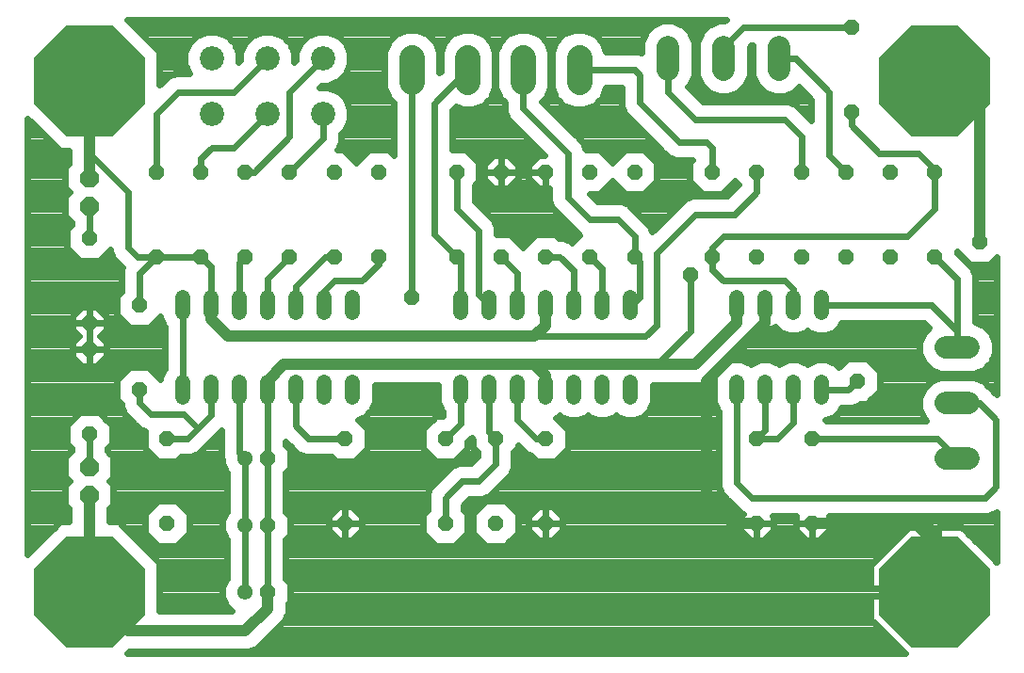
<source format=gbr>
G75*
%MOIN*%
%OFA0B0*%
%FSLAX25Y25*%
%IPPOS*%
%LPD*%
%AMOC8*
5,1,8,0,0,1.08239X$1,22.5*
%
%ADD10OC8,0.05440*%
%ADD11C,0.05440*%
%ADD12C,0.05440*%
%ADD13OC8,0.06600*%
%ADD14C,0.08600*%
%ADD15C,0.08031*%
%ADD16C,0.08840*%
%ADD17C,0.02400*%
%ADD18OC8,0.39370*%
%ADD19C,0.04000*%
%ADD20OC8,0.05600*%
D10*
X0087398Y0062003D03*
X0122894Y0061255D03*
X0150390Y0062003D03*
X0122894Y0084877D03*
X0150390Y0092003D03*
X0185823Y0092003D03*
X0203540Y0092003D03*
X0221257Y0092003D03*
X0221257Y0062003D03*
X0203540Y0062003D03*
X0185823Y0062003D03*
X0122894Y0037633D03*
X0087398Y0092003D03*
X0077556Y0109247D03*
X0059839Y0123499D03*
X0059839Y0132869D03*
X0077556Y0139247D03*
X0083461Y0156491D03*
X0099209Y0156491D03*
X0114957Y0156491D03*
X0130705Y0156491D03*
X0146453Y0156491D03*
X0162201Y0156491D03*
X0189760Y0156491D03*
X0205509Y0156491D03*
X0221257Y0156491D03*
X0237005Y0156491D03*
X0252753Y0156491D03*
X0280312Y0156491D03*
X0296060Y0156491D03*
X0311808Y0156491D03*
X0327556Y0156491D03*
X0343304Y0156491D03*
X0359052Y0156491D03*
X0359052Y0186491D03*
X0343304Y0186491D03*
X0327556Y0186491D03*
X0311808Y0186491D03*
X0296060Y0186491D03*
X0280312Y0186491D03*
X0252753Y0186491D03*
X0237005Y0186491D03*
X0221257Y0186491D03*
X0205509Y0186491D03*
X0189760Y0186491D03*
X0162201Y0186491D03*
X0146453Y0186491D03*
X0130705Y0186491D03*
X0114957Y0186491D03*
X0099209Y0186491D03*
X0083461Y0186491D03*
X0059839Y0162869D03*
X0059839Y0093499D03*
X0296060Y0092003D03*
X0315745Y0092003D03*
X0315745Y0062003D03*
X0296060Y0062003D03*
X0329524Y0207672D03*
X0329524Y0237672D03*
D11*
X0114894Y0084877D03*
X0114894Y0061255D03*
X0114894Y0037633D03*
D12*
X0112831Y0106527D02*
X0112831Y0111967D01*
X0102831Y0111967D02*
X0102831Y0106527D01*
X0092831Y0106527D02*
X0092831Y0111967D01*
X0122831Y0111967D02*
X0122831Y0106527D01*
X0132831Y0106527D02*
X0132831Y0111967D01*
X0142831Y0111967D02*
X0142831Y0106527D01*
X0152831Y0106527D02*
X0152831Y0111967D01*
X0152831Y0136527D02*
X0152831Y0141967D01*
X0142831Y0141967D02*
X0142831Y0136527D01*
X0132831Y0136527D02*
X0132831Y0141967D01*
X0122831Y0141967D02*
X0122831Y0136527D01*
X0112831Y0136527D02*
X0112831Y0141967D01*
X0102831Y0141967D02*
X0102831Y0136527D01*
X0092831Y0136527D02*
X0092831Y0141967D01*
X0191257Y0141967D02*
X0191257Y0136527D01*
X0201257Y0136527D02*
X0201257Y0141967D01*
X0211257Y0141967D02*
X0211257Y0136527D01*
X0221257Y0136527D02*
X0221257Y0141967D01*
X0231257Y0141967D02*
X0231257Y0136527D01*
X0241257Y0136527D02*
X0241257Y0141967D01*
X0251257Y0141967D02*
X0251257Y0136527D01*
X0251257Y0111967D02*
X0251257Y0106527D01*
X0241257Y0106527D02*
X0241257Y0111967D01*
X0231257Y0111967D02*
X0231257Y0106527D01*
X0221257Y0106527D02*
X0221257Y0111967D01*
X0211257Y0111967D02*
X0211257Y0106527D01*
X0201257Y0106527D02*
X0201257Y0111967D01*
X0191257Y0111967D02*
X0191257Y0106527D01*
X0288934Y0106527D02*
X0288934Y0111967D01*
X0298934Y0111967D02*
X0298934Y0106527D01*
X0308934Y0106527D02*
X0308934Y0111967D01*
X0318934Y0111967D02*
X0318934Y0106527D01*
X0318934Y0136527D02*
X0318934Y0141967D01*
X0308934Y0141967D02*
X0308934Y0136527D01*
X0298934Y0136527D02*
X0298934Y0141967D01*
X0288934Y0141967D02*
X0288934Y0136527D01*
D13*
X0059839Y0174365D03*
X0059839Y0184365D03*
X0059839Y0082003D03*
X0059839Y0072003D03*
D14*
X0103146Y0206924D03*
X0122831Y0206924D03*
X0142516Y0206924D03*
X0142516Y0226609D03*
X0122831Y0226609D03*
X0103146Y0226609D03*
D15*
X0264564Y0230625D02*
X0264564Y0222594D01*
X0284249Y0222594D02*
X0284249Y0230625D01*
X0303934Y0230625D02*
X0303934Y0222594D01*
X0362910Y0124247D02*
X0370942Y0124247D01*
X0370942Y0104562D02*
X0362910Y0104562D01*
X0362910Y0084877D02*
X0370942Y0084877D01*
D16*
X0233140Y0218252D02*
X0233140Y0227092D01*
X0213340Y0227092D02*
X0213340Y0218252D01*
X0193740Y0218252D02*
X0193740Y0227092D01*
X0173940Y0227092D02*
X0173940Y0218252D01*
D17*
X0173940Y0222672D02*
X0173940Y0142036D01*
X0174012Y0141964D01*
X0162201Y0153775D02*
X0162201Y0156491D01*
X0162201Y0153775D02*
X0156296Y0147869D01*
X0146453Y0147869D01*
X0142831Y0144247D01*
X0142831Y0139247D01*
X0132831Y0139247D02*
X0132831Y0146058D01*
X0143264Y0156491D01*
X0146453Y0156491D01*
X0130705Y0156491D02*
X0122831Y0148617D01*
X0122831Y0139247D01*
X0112831Y0139247D02*
X0112831Y0154365D01*
X0114957Y0156491D01*
X0102831Y0152869D02*
X0102831Y0139247D01*
X0092831Y0139247D02*
X0092831Y0109247D01*
X0084911Y0113092D02*
X0080836Y0117167D01*
X0074275Y0117167D01*
X0069636Y0112528D01*
X0069636Y0105967D01*
X0071156Y0104447D01*
X0071156Y0103289D01*
X0072130Y0100937D01*
X0076067Y0097000D01*
X0077867Y0095200D01*
X0079478Y0094532D01*
X0079478Y0088723D01*
X0084118Y0084083D01*
X0090679Y0084083D01*
X0092199Y0085603D01*
X0095797Y0085603D01*
X0098150Y0086577D01*
X0099950Y0088378D01*
X0101850Y0090278D01*
X0101850Y0090278D01*
X0103651Y0092079D01*
X0106431Y0094859D01*
X0106431Y0085667D01*
X0106974Y0084356D01*
X0106974Y0083302D01*
X0108180Y0080391D01*
X0108494Y0080077D01*
X0108494Y0066056D01*
X0108180Y0065741D01*
X0106974Y0062830D01*
X0106974Y0059680D01*
X0108180Y0056769D01*
X0108494Y0056455D01*
X0108494Y0042434D01*
X0108180Y0042119D01*
X0106974Y0039208D01*
X0106974Y0036058D01*
X0108180Y0033147D01*
X0110273Y0031054D01*
X0084724Y0031054D01*
X0084724Y0047941D01*
X0070147Y0062518D01*
X0067039Y0062518D01*
X0067039Y0067182D01*
X0068339Y0068482D01*
X0068339Y0075524D01*
X0066860Y0077003D01*
X0068339Y0078482D01*
X0068339Y0085524D01*
X0066239Y0087624D01*
X0066239Y0088699D01*
X0067759Y0090219D01*
X0067759Y0096780D01*
X0063120Y0101419D01*
X0056559Y0101419D01*
X0051919Y0096780D01*
X0051919Y0090219D01*
X0053439Y0088699D01*
X0053439Y0087624D01*
X0051339Y0085524D01*
X0051339Y0078482D01*
X0052818Y0077003D01*
X0051339Y0075524D01*
X0051339Y0068482D01*
X0052639Y0067182D01*
X0052639Y0062518D01*
X0049532Y0062518D01*
X0038080Y0051067D01*
X0038080Y0205302D01*
X0049532Y0193850D01*
X0052639Y0193850D01*
X0052639Y0189186D01*
X0051339Y0187886D01*
X0051339Y0180845D01*
X0052818Y0179365D01*
X0051339Y0177886D01*
X0051339Y0170845D01*
X0053439Y0168745D01*
X0053439Y0167670D01*
X0051919Y0166150D01*
X0051919Y0159589D01*
X0056559Y0154949D01*
X0063120Y0154949D01*
X0067219Y0159048D01*
X0067219Y0158407D01*
X0068193Y0156055D01*
X0069993Y0154255D01*
X0069993Y0154255D01*
X0071517Y0152731D01*
X0071156Y0151859D01*
X0071156Y0144048D01*
X0069636Y0142528D01*
X0069636Y0135967D01*
X0074275Y0131327D01*
X0080836Y0131327D01*
X0084911Y0135402D01*
X0084911Y0134952D01*
X0086117Y0132041D01*
X0086431Y0131727D01*
X0086431Y0116768D01*
X0086117Y0116454D01*
X0084911Y0113543D01*
X0084911Y0113092D01*
X0084911Y0113210D02*
X0084794Y0113210D01*
X0085767Y0115609D02*
X0082395Y0115609D01*
X0086431Y0118007D02*
X0062719Y0118007D01*
X0062291Y0117579D02*
X0065759Y0121047D01*
X0065759Y0123499D01*
X0059839Y0123499D01*
X0053919Y0123499D01*
X0053919Y0121047D01*
X0057387Y0117579D01*
X0059839Y0117579D01*
X0059839Y0123499D01*
X0059839Y0123499D01*
X0059839Y0123499D01*
X0053919Y0123499D01*
X0053919Y0125951D01*
X0056152Y0128184D01*
X0053919Y0130417D01*
X0053919Y0132869D01*
X0059839Y0132869D01*
X0059839Y0132869D01*
X0059839Y0126949D01*
X0059839Y0123499D01*
X0059839Y0117579D01*
X0062291Y0117579D01*
X0059839Y0118007D02*
X0059839Y0118007D01*
X0059839Y0120406D02*
X0059839Y0120406D01*
X0059839Y0122804D02*
X0059839Y0122804D01*
X0059839Y0123499D02*
X0059839Y0123499D01*
X0059839Y0132869D01*
X0059839Y0132869D01*
X0059839Y0123499D01*
X0059839Y0123499D01*
X0065759Y0123499D01*
X0065759Y0125951D01*
X0063526Y0128184D01*
X0065759Y0130417D01*
X0065759Y0132869D01*
X0059839Y0132869D01*
X0053919Y0132869D01*
X0053919Y0135321D01*
X0057387Y0138789D01*
X0059839Y0138789D01*
X0059839Y0132869D01*
X0059839Y0132869D01*
X0059839Y0132869D01*
X0065759Y0132869D01*
X0065759Y0135321D01*
X0062291Y0138789D01*
X0059839Y0138789D01*
X0059839Y0132869D01*
X0059839Y0132398D02*
X0059839Y0132398D01*
X0059839Y0130000D02*
X0059839Y0130000D01*
X0059839Y0127601D02*
X0059839Y0127601D01*
X0059839Y0125203D02*
X0059839Y0125203D01*
X0055569Y0127601D02*
X0038080Y0127601D01*
X0038080Y0125203D02*
X0053919Y0125203D01*
X0053919Y0122804D02*
X0038080Y0122804D01*
X0038080Y0120406D02*
X0054561Y0120406D01*
X0056959Y0118007D02*
X0038080Y0118007D01*
X0038080Y0115609D02*
X0072716Y0115609D01*
X0070318Y0113210D02*
X0038080Y0113210D01*
X0038080Y0110811D02*
X0069636Y0110811D01*
X0069636Y0108413D02*
X0038080Y0108413D01*
X0038080Y0106014D02*
X0069636Y0106014D01*
X0071156Y0103616D02*
X0038080Y0103616D01*
X0038080Y0101217D02*
X0056357Y0101217D01*
X0053958Y0098819D02*
X0038080Y0098819D01*
X0038080Y0096420D02*
X0051919Y0096420D01*
X0051919Y0094022D02*
X0038080Y0094022D01*
X0038080Y0091623D02*
X0051919Y0091623D01*
X0052913Y0089225D02*
X0038080Y0089225D01*
X0038080Y0086826D02*
X0052642Y0086826D01*
X0051339Y0084428D02*
X0038080Y0084428D01*
X0038080Y0082029D02*
X0051339Y0082029D01*
X0051339Y0079631D02*
X0038080Y0079631D01*
X0038080Y0077232D02*
X0052589Y0077232D01*
X0051339Y0074834D02*
X0038080Y0074834D01*
X0038080Y0072435D02*
X0051339Y0072435D01*
X0051339Y0070037D02*
X0038080Y0070037D01*
X0038080Y0067638D02*
X0052183Y0067638D01*
X0052639Y0065240D02*
X0038080Y0065240D01*
X0038080Y0062841D02*
X0052639Y0062841D01*
X0047456Y0060443D02*
X0038080Y0060443D01*
X0038080Y0058044D02*
X0045058Y0058044D01*
X0042659Y0055646D02*
X0038080Y0055646D01*
X0038080Y0053247D02*
X0040261Y0053247D01*
X0067039Y0062841D02*
X0079478Y0062841D01*
X0079478Y0060443D02*
X0072222Y0060443D01*
X0074621Y0058044D02*
X0080157Y0058044D01*
X0079478Y0058723D02*
X0084118Y0054083D01*
X0090679Y0054083D01*
X0095318Y0058723D01*
X0095318Y0065284D01*
X0090679Y0069923D01*
X0084118Y0069923D01*
X0079478Y0065284D01*
X0079478Y0058723D01*
X0077019Y0055646D02*
X0082555Y0055646D01*
X0079418Y0053247D02*
X0108494Y0053247D01*
X0108494Y0050849D02*
X0081816Y0050849D01*
X0084215Y0048450D02*
X0108494Y0048450D01*
X0108494Y0046052D02*
X0084724Y0046052D01*
X0084724Y0043653D02*
X0108494Y0043653D01*
X0107822Y0041255D02*
X0084724Y0041255D01*
X0084724Y0038856D02*
X0106974Y0038856D01*
X0106974Y0036458D02*
X0084724Y0036458D01*
X0084724Y0034059D02*
X0107802Y0034059D01*
X0109666Y0031661D02*
X0084724Y0031661D01*
X0074052Y0016654D02*
X0116390Y0016654D01*
X0119036Y0017750D01*
X0126973Y0025687D01*
X0128998Y0027712D01*
X0130094Y0030358D01*
X0130094Y0033633D01*
X0130814Y0034352D01*
X0130814Y0040914D01*
X0129294Y0042434D01*
X0129294Y0056455D01*
X0130814Y0057975D01*
X0130814Y0064536D01*
X0129294Y0066056D01*
X0129294Y0080077D01*
X0130814Y0081597D01*
X0130814Y0088158D01*
X0129231Y0089741D01*
X0129231Y0091080D01*
X0133734Y0086577D01*
X0136086Y0085603D01*
X0145590Y0085603D01*
X0147110Y0084083D01*
X0153671Y0084083D01*
X0158310Y0088723D01*
X0158310Y0095284D01*
X0154817Y0098777D01*
X0157318Y0099813D01*
X0159546Y0102041D01*
X0160751Y0104952D01*
X0160751Y0111142D01*
X0183337Y0111142D01*
X0183337Y0104952D01*
X0184542Y0102041D01*
X0184857Y0101727D01*
X0184857Y0100087D01*
X0184693Y0099923D01*
X0182543Y0099923D01*
X0177903Y0095284D01*
X0177903Y0088723D01*
X0182543Y0084083D01*
X0189104Y0084083D01*
X0193743Y0088723D01*
X0193743Y0090872D01*
X0195158Y0092286D01*
X0195620Y0091170D01*
X0195620Y0088723D01*
X0197140Y0087203D01*
X0197140Y0085560D01*
X0194984Y0083403D01*
X0190456Y0083403D01*
X0188104Y0082429D01*
X0180398Y0074723D01*
X0179423Y0072371D01*
X0179423Y0066804D01*
X0177903Y0065284D01*
X0177903Y0058723D01*
X0182543Y0054083D01*
X0189104Y0054083D01*
X0193743Y0058723D01*
X0193743Y0065284D01*
X0192223Y0066804D01*
X0192223Y0068447D01*
X0194380Y0070603D01*
X0198908Y0070603D01*
X0201260Y0071577D01*
X0203060Y0073378D01*
X0208966Y0079283D01*
X0209940Y0081636D01*
X0209940Y0087203D01*
X0211460Y0088723D01*
X0211460Y0089560D01*
X0212642Y0088378D01*
X0212642Y0088378D01*
X0214442Y0086577D01*
X0216217Y0085843D01*
X0217976Y0084083D01*
X0224537Y0084083D01*
X0229177Y0088723D01*
X0229177Y0095284D01*
X0224968Y0099492D01*
X0225743Y0099813D01*
X0226257Y0100327D01*
X0226770Y0099813D01*
X0229681Y0098607D01*
X0232832Y0098607D01*
X0235743Y0099813D01*
X0236257Y0100327D01*
X0236770Y0099813D01*
X0239681Y0098607D01*
X0242832Y0098607D01*
X0245743Y0099813D01*
X0246257Y0100327D01*
X0246770Y0099813D01*
X0249681Y0098607D01*
X0252832Y0098607D01*
X0255743Y0099813D01*
X0257971Y0102041D01*
X0259177Y0104952D01*
X0259177Y0111142D01*
X0275838Y0111142D01*
X0278485Y0112238D01*
X0281879Y0115633D01*
X0281014Y0113543D01*
X0281014Y0104952D01*
X0282219Y0102041D01*
X0282534Y0101727D01*
X0282534Y0074982D01*
X0283508Y0072630D01*
X0285308Y0070829D01*
X0290466Y0065672D01*
X0291096Y0065411D01*
X0290140Y0064455D01*
X0290140Y0062003D01*
X0290140Y0059551D01*
X0293608Y0056083D01*
X0296060Y0056083D01*
X0298512Y0056083D01*
X0301980Y0059551D01*
X0301980Y0062003D01*
X0296060Y0062003D01*
X0296060Y0062003D01*
X0296060Y0056083D01*
X0296060Y0062003D01*
X0296060Y0062003D01*
X0301980Y0062003D01*
X0301980Y0064455D01*
X0301737Y0064698D01*
X0310067Y0064698D01*
X0309825Y0064455D01*
X0309825Y0062003D01*
X0309825Y0059551D01*
X0313293Y0056083D01*
X0315745Y0056083D01*
X0318197Y0056083D01*
X0321665Y0059551D01*
X0321665Y0062003D01*
X0315745Y0062003D01*
X0315745Y0062003D01*
X0315745Y0056083D01*
X0315745Y0062003D01*
X0315745Y0062003D01*
X0321665Y0062003D01*
X0321665Y0064455D01*
X0321422Y0064698D01*
X0378041Y0064698D01*
X0380394Y0065672D01*
X0380811Y0066089D01*
X0380811Y0048238D01*
X0368531Y0060518D01*
X0360252Y0060518D01*
X0360252Y0038833D01*
X0357852Y0038833D01*
X0357852Y0060518D01*
X0349573Y0060518D01*
X0336167Y0047112D01*
X0336167Y0038833D01*
X0357852Y0038833D01*
X0357852Y0036433D01*
X0336167Y0036433D01*
X0336167Y0028154D01*
X0348447Y0015874D01*
X0073273Y0015874D01*
X0074052Y0016654D01*
X0117877Y0017270D02*
X0347051Y0017270D01*
X0344653Y0019668D02*
X0120954Y0019668D01*
X0123353Y0022067D02*
X0342254Y0022067D01*
X0339855Y0024465D02*
X0125751Y0024465D01*
X0128150Y0026864D02*
X0337457Y0026864D01*
X0336167Y0029262D02*
X0129640Y0029262D01*
X0130094Y0031661D02*
X0336167Y0031661D01*
X0336167Y0034059D02*
X0130521Y0034059D01*
X0130814Y0036458D02*
X0357852Y0036458D01*
X0357852Y0038856D02*
X0360252Y0038856D01*
X0360252Y0041255D02*
X0357852Y0041255D01*
X0357852Y0043653D02*
X0360252Y0043653D01*
X0360252Y0046052D02*
X0357852Y0046052D01*
X0357852Y0048450D02*
X0360252Y0048450D01*
X0360252Y0050849D02*
X0357852Y0050849D01*
X0357852Y0053247D02*
X0360252Y0053247D01*
X0360252Y0055646D02*
X0357852Y0055646D01*
X0357852Y0058044D02*
X0360252Y0058044D01*
X0360252Y0060443D02*
X0357852Y0060443D01*
X0349497Y0060443D02*
X0321665Y0060443D01*
X0321665Y0062841D02*
X0380811Y0062841D01*
X0380811Y0060443D02*
X0368606Y0060443D01*
X0371005Y0058044D02*
X0380811Y0058044D01*
X0380811Y0055646D02*
X0373403Y0055646D01*
X0375802Y0053247D02*
X0380811Y0053247D01*
X0380811Y0050849D02*
X0378201Y0050849D01*
X0380599Y0048450D02*
X0380811Y0048450D01*
X0380811Y0065240D02*
X0379350Y0065240D01*
X0376768Y0071098D02*
X0294091Y0071098D01*
X0288934Y0076255D01*
X0288934Y0109247D01*
X0281014Y0108413D02*
X0259177Y0108413D01*
X0259177Y0110811D02*
X0281014Y0110811D01*
X0281014Y0113210D02*
X0279457Y0113210D01*
X0281855Y0115609D02*
X0281869Y0115609D01*
X0285268Y0119022D02*
X0295038Y0128791D01*
X0296090Y0131332D01*
X0296661Y0131041D01*
X0297547Y0130753D01*
X0298468Y0130607D01*
X0298934Y0130607D01*
X0299400Y0130607D01*
X0300320Y0130753D01*
X0301206Y0131041D01*
X0302036Y0131464D01*
X0302477Y0131784D01*
X0304447Y0129813D01*
X0307358Y0128607D01*
X0310509Y0128607D01*
X0313420Y0129813D01*
X0313934Y0130327D01*
X0314447Y0129813D01*
X0317358Y0128607D01*
X0320509Y0128607D01*
X0323420Y0129813D01*
X0325648Y0132041D01*
X0325982Y0132847D01*
X0355180Y0132847D01*
X0356829Y0131199D01*
X0355097Y0129468D01*
X0353694Y0126080D01*
X0353694Y0122414D01*
X0355097Y0119027D01*
X0357690Y0116435D01*
X0361077Y0115031D01*
X0372775Y0115031D01*
X0376162Y0116435D01*
X0378754Y0119027D01*
X0380157Y0122414D01*
X0380157Y0126080D01*
X0378754Y0129468D01*
X0376162Y0132060D01*
X0373326Y0133235D01*
X0373326Y0149890D01*
X0372352Y0152243D01*
X0370551Y0154043D01*
X0366972Y0157622D01*
X0366972Y0158163D01*
X0371486Y0153649D01*
X0378114Y0153649D01*
X0380811Y0156346D01*
X0380811Y0107602D01*
X0378842Y0109571D01*
X0378754Y0109783D01*
X0376162Y0112375D01*
X0372775Y0113778D01*
X0361077Y0113778D01*
X0357690Y0112375D01*
X0355097Y0109783D01*
X0353694Y0106395D01*
X0353694Y0102729D01*
X0355097Y0099342D01*
X0356036Y0098403D01*
X0320545Y0098403D01*
X0320341Y0098607D01*
X0320509Y0098607D01*
X0323420Y0099813D01*
X0325648Y0102041D01*
X0325982Y0102847D01*
X0329577Y0102847D01*
X0331929Y0103822D01*
X0332544Y0104436D01*
X0334806Y0104436D01*
X0339493Y0109123D01*
X0339493Y0115750D01*
X0334806Y0120436D01*
X0328179Y0120436D01*
X0324922Y0117179D01*
X0323420Y0118681D01*
X0320509Y0119887D01*
X0317358Y0119887D01*
X0314447Y0118681D01*
X0313934Y0118168D01*
X0313420Y0118681D01*
X0310509Y0119887D01*
X0307358Y0119887D01*
X0304447Y0118681D01*
X0303934Y0118168D01*
X0303420Y0118681D01*
X0300509Y0119887D01*
X0297358Y0119887D01*
X0294447Y0118681D01*
X0293934Y0118168D01*
X0293420Y0118681D01*
X0290509Y0119887D01*
X0287358Y0119887D01*
X0285268Y0119022D01*
X0286652Y0120406D02*
X0328148Y0120406D01*
X0325750Y0118007D02*
X0324095Y0118007D01*
X0331493Y0112436D02*
X0328304Y0109247D01*
X0318934Y0109247D01*
X0324825Y0101217D02*
X0354320Y0101217D01*
X0353694Y0103616D02*
X0331433Y0103616D01*
X0336385Y0106014D02*
X0353694Y0106014D01*
X0354530Y0108413D02*
X0338783Y0108413D01*
X0339493Y0110811D02*
X0356126Y0110811D01*
X0359706Y0113210D02*
X0339493Y0113210D01*
X0339493Y0115609D02*
X0359684Y0115609D01*
X0356117Y0118007D02*
X0337236Y0118007D01*
X0334837Y0120406D02*
X0354526Y0120406D01*
X0353694Y0122804D02*
X0289051Y0122804D01*
X0291449Y0125203D02*
X0353694Y0125203D01*
X0354324Y0127601D02*
X0293848Y0127601D01*
X0295538Y0130000D02*
X0304261Y0130000D01*
X0298934Y0130607D02*
X0298934Y0139247D01*
X0298934Y0139247D01*
X0298934Y0130607D01*
X0298934Y0132398D02*
X0298934Y0132398D01*
X0298934Y0134797D02*
X0298934Y0134797D01*
X0298934Y0137195D02*
X0298934Y0137195D01*
X0308934Y0139247D02*
X0308934Y0144838D01*
X0305902Y0147869D01*
X0284249Y0147869D01*
X0280312Y0151806D01*
X0280312Y0156491D01*
X0280312Y0159680D01*
X0284249Y0163617D01*
X0349209Y0163617D01*
X0359052Y0173460D01*
X0359052Y0186491D01*
X0359052Y0187239D01*
X0353146Y0193145D01*
X0339367Y0193145D01*
X0329524Y0202987D01*
X0329524Y0207672D01*
X0321650Y0214798D02*
X0309839Y0226609D01*
X0303934Y0226609D01*
X0294718Y0225940D02*
X0293464Y0225940D01*
X0293464Y0223542D02*
X0294718Y0223542D01*
X0294718Y0221143D02*
X0293464Y0221143D01*
X0293464Y0220761D02*
X0293464Y0230711D01*
X0294026Y0231272D01*
X0294718Y0231272D01*
X0294718Y0220761D01*
X0296121Y0217373D01*
X0298713Y0214781D01*
X0302101Y0213378D01*
X0305767Y0213378D01*
X0309154Y0214781D01*
X0310885Y0216512D01*
X0315250Y0212147D01*
X0315250Y0204659D01*
X0309528Y0210382D01*
X0307175Y0211356D01*
X0277057Y0211356D01*
X0271708Y0216705D01*
X0272376Y0217373D01*
X0273779Y0220761D01*
X0273779Y0232458D01*
X0272376Y0235845D01*
X0269784Y0238438D01*
X0266397Y0239841D01*
X0262731Y0239841D01*
X0259343Y0238438D01*
X0256751Y0235845D01*
X0255348Y0232458D01*
X0255348Y0228525D01*
X0254026Y0229072D01*
X0242732Y0229072D01*
X0241295Y0232542D01*
X0238589Y0235248D01*
X0235054Y0236712D01*
X0231226Y0236712D01*
X0227691Y0235248D01*
X0224985Y0232542D01*
X0223520Y0229006D01*
X0223520Y0216339D01*
X0224985Y0212803D01*
X0227691Y0210097D01*
X0231226Y0208632D01*
X0235054Y0208632D01*
X0238589Y0210097D01*
X0241295Y0212803D01*
X0242732Y0216272D01*
X0248321Y0216272D01*
X0248321Y0209588D01*
X0249295Y0207236D01*
X0263075Y0193457D01*
X0264875Y0191656D01*
X0267228Y0190682D01*
X0273302Y0190682D01*
X0272392Y0189772D01*
X0272392Y0183211D01*
X0277031Y0178571D01*
X0283592Y0178571D01*
X0288186Y0183165D01*
X0289497Y0181854D01*
X0285535Y0177891D01*
X0273133Y0177891D01*
X0270781Y0176917D01*
X0259036Y0165172D01*
X0258178Y0167243D01*
X0256378Y0169043D01*
X0250472Y0174948D01*
X0248120Y0175923D01*
X0239656Y0175923D01*
X0237007Y0178571D01*
X0240285Y0178571D01*
X0244879Y0183165D01*
X0249472Y0178571D01*
X0256033Y0178571D01*
X0260673Y0183211D01*
X0260673Y0189772D01*
X0256033Y0194411D01*
X0249472Y0194411D01*
X0244879Y0189818D01*
X0240285Y0194411D01*
X0235531Y0194411D01*
X0235531Y0194418D01*
X0234556Y0196770D01*
X0232756Y0198571D01*
X0220009Y0211317D01*
X0221495Y0212803D01*
X0222960Y0216339D01*
X0222960Y0229006D01*
X0221495Y0232542D01*
X0218789Y0235248D01*
X0215254Y0236712D01*
X0211426Y0236712D01*
X0207891Y0235248D01*
X0205185Y0232542D01*
X0203720Y0229006D01*
X0203720Y0216339D01*
X0205185Y0212803D01*
X0206940Y0211048D01*
X0206940Y0207662D01*
X0207914Y0205310D01*
X0220813Y0192411D01*
X0218804Y0192411D01*
X0215337Y0188943D01*
X0215337Y0186491D01*
X0215337Y0184039D01*
X0218804Y0180571D01*
X0221256Y0180571D01*
X0221256Y0186491D01*
X0215337Y0186491D01*
X0221256Y0186491D01*
X0221256Y0186491D01*
X0221257Y0186491D01*
X0221257Y0180571D01*
X0222731Y0180571D01*
X0222731Y0176124D01*
X0223705Y0173772D01*
X0231579Y0165898D01*
X0233379Y0164097D01*
X0233401Y0164088D01*
X0230635Y0161322D01*
X0230039Y0161917D01*
X0227687Y0162891D01*
X0226057Y0162891D01*
X0224537Y0164411D01*
X0217976Y0164411D01*
X0213383Y0159818D01*
X0208789Y0164411D01*
X0204034Y0164411D01*
X0204034Y0166859D01*
X0203060Y0169211D01*
X0201260Y0171011D01*
X0196160Y0176111D01*
X0196160Y0181691D01*
X0197680Y0183211D01*
X0197680Y0189772D01*
X0193041Y0194411D01*
X0188286Y0194411D01*
X0188286Y0208168D01*
X0189652Y0209533D01*
X0191826Y0208632D01*
X0195654Y0208632D01*
X0199189Y0210097D01*
X0201895Y0212803D01*
X0203360Y0216339D01*
X0203360Y0229006D01*
X0201895Y0232542D01*
X0199189Y0235248D01*
X0195654Y0236712D01*
X0191826Y0236712D01*
X0188291Y0235248D01*
X0185585Y0232542D01*
X0184120Y0229006D01*
X0184120Y0222103D01*
X0183560Y0221543D01*
X0183560Y0229006D01*
X0182095Y0232542D01*
X0179389Y0235248D01*
X0175854Y0236712D01*
X0172026Y0236712D01*
X0168491Y0235248D01*
X0165785Y0232542D01*
X0164320Y0229006D01*
X0164320Y0216339D01*
X0165785Y0212803D01*
X0167540Y0211048D01*
X0167540Y0192353D01*
X0165482Y0194411D01*
X0158921Y0194411D01*
X0154327Y0189818D01*
X0149734Y0194411D01*
X0147676Y0194411D01*
X0147942Y0194677D01*
X0148916Y0197029D01*
X0148916Y0199889D01*
X0150570Y0201543D01*
X0152016Y0205035D01*
X0152016Y0208814D01*
X0150570Y0212306D01*
X0147898Y0214978D01*
X0144406Y0216424D01*
X0141382Y0216424D01*
X0142067Y0217109D01*
X0144406Y0217109D01*
X0147898Y0218556D01*
X0150570Y0221228D01*
X0152016Y0224720D01*
X0152016Y0228499D01*
X0150570Y0231991D01*
X0147898Y0234663D01*
X0144406Y0236109D01*
X0140627Y0236109D01*
X0137135Y0234663D01*
X0134463Y0231991D01*
X0133016Y0228499D01*
X0133016Y0226160D01*
X0132331Y0225475D01*
X0132331Y0228499D01*
X0130885Y0231991D01*
X0128213Y0234663D01*
X0124721Y0236109D01*
X0120942Y0236109D01*
X0117450Y0234663D01*
X0114778Y0231991D01*
X0113331Y0228499D01*
X0113331Y0226160D01*
X0112646Y0225475D01*
X0112646Y0228499D01*
X0111200Y0231991D01*
X0108528Y0234663D01*
X0105036Y0236109D01*
X0101257Y0236109D01*
X0097765Y0234663D01*
X0095093Y0231991D01*
X0093646Y0228499D01*
X0093646Y0224720D01*
X0095093Y0221228D01*
X0095122Y0221198D01*
X0090062Y0221198D01*
X0087710Y0220224D01*
X0085910Y0218424D01*
X0084724Y0217238D01*
X0084724Y0229043D01*
X0073273Y0240494D01*
X0285146Y0240494D01*
X0284492Y0239841D01*
X0282416Y0239841D01*
X0279028Y0238438D01*
X0276436Y0235845D01*
X0275033Y0232458D01*
X0275033Y0220761D01*
X0276436Y0217373D01*
X0279028Y0214781D01*
X0282416Y0213378D01*
X0286082Y0213378D01*
X0289469Y0214781D01*
X0292061Y0217373D01*
X0293464Y0220761D01*
X0292629Y0218745D02*
X0295553Y0218745D01*
X0297148Y0216346D02*
X0291034Y0216346D01*
X0287457Y0213947D02*
X0300726Y0213947D01*
X0307142Y0213947D02*
X0313450Y0213947D01*
X0315250Y0211549D02*
X0276864Y0211549D01*
X0274466Y0213947D02*
X0281041Y0213947D01*
X0277463Y0216346D02*
X0272067Y0216346D01*
X0272944Y0218745D02*
X0275868Y0218745D01*
X0275033Y0221143D02*
X0273779Y0221143D01*
X0273779Y0223542D02*
X0275033Y0223542D01*
X0275033Y0225940D02*
X0273779Y0225940D01*
X0273779Y0228339D02*
X0275033Y0228339D01*
X0275033Y0230737D02*
X0273779Y0230737D01*
X0273499Y0233136D02*
X0275313Y0233136D01*
X0276307Y0235534D02*
X0272505Y0235534D01*
X0270289Y0237933D02*
X0278523Y0237933D01*
X0284982Y0240331D02*
X0073436Y0240331D01*
X0075835Y0237933D02*
X0258838Y0237933D01*
X0256622Y0235534D02*
X0237898Y0235534D01*
X0240702Y0233136D02*
X0255628Y0233136D01*
X0255348Y0230737D02*
X0242043Y0230737D01*
X0233140Y0222672D02*
X0252753Y0222672D01*
X0254721Y0220704D01*
X0254721Y0210861D01*
X0268501Y0197082D01*
X0278343Y0197082D01*
X0280312Y0195113D01*
X0280312Y0186491D01*
X0285389Y0180368D02*
X0288012Y0180368D01*
X0287788Y0182767D02*
X0288584Y0182767D01*
X0285613Y0177970D02*
X0237609Y0177970D01*
X0242082Y0180368D02*
X0247675Y0180368D01*
X0245277Y0182767D02*
X0244481Y0182767D01*
X0248969Y0175571D02*
X0269435Y0175571D01*
X0267037Y0173173D02*
X0252248Y0173173D01*
X0254647Y0170774D02*
X0264638Y0170774D01*
X0262240Y0168376D02*
X0257045Y0168376D01*
X0258702Y0165977D02*
X0259841Y0165977D01*
X0252753Y0163617D02*
X0252753Y0156491D01*
X0254721Y0154523D01*
X0254721Y0141964D01*
X0252005Y0139247D01*
X0251257Y0139247D01*
X0241257Y0139247D02*
X0241257Y0152239D01*
X0237005Y0156491D01*
X0231099Y0151806D02*
X0231099Y0139405D01*
X0231257Y0139247D01*
X0217320Y0128184D02*
X0256690Y0128184D01*
X0260627Y0132121D01*
X0260627Y0157712D01*
X0274406Y0171491D01*
X0288186Y0171491D01*
X0296060Y0179365D01*
X0296060Y0186491D01*
X0311808Y0186491D02*
X0311808Y0199050D01*
X0305902Y0204956D01*
X0274406Y0204956D01*
X0264564Y0214798D01*
X0264564Y0226609D01*
X0248321Y0213947D02*
X0241769Y0213947D01*
X0240041Y0211549D02*
X0248321Y0211549D01*
X0248503Y0209150D02*
X0236304Y0209150D01*
X0229976Y0209150D02*
X0222176Y0209150D01*
X0220241Y0211549D02*
X0226239Y0211549D01*
X0224511Y0213947D02*
X0221969Y0213947D01*
X0222960Y0216346D02*
X0223520Y0216346D01*
X0223520Y0218745D02*
X0222960Y0218745D01*
X0222960Y0221143D02*
X0223520Y0221143D01*
X0223520Y0223542D02*
X0222960Y0223542D01*
X0222960Y0225940D02*
X0223520Y0225940D01*
X0223520Y0228339D02*
X0222960Y0228339D01*
X0222243Y0230737D02*
X0224237Y0230737D01*
X0225578Y0233136D02*
X0220902Y0233136D01*
X0218098Y0235534D02*
X0228382Y0235534D01*
X0213340Y0222672D02*
X0213340Y0208935D01*
X0229131Y0193145D01*
X0229131Y0177397D01*
X0237005Y0169523D01*
X0246847Y0169523D01*
X0252753Y0163617D01*
X0232891Y0163579D02*
X0225370Y0163579D01*
X0229101Y0168376D02*
X0203406Y0168376D01*
X0204034Y0165977D02*
X0231499Y0165977D01*
X0226702Y0170774D02*
X0201497Y0170774D01*
X0199099Y0173173D02*
X0224304Y0173173D01*
X0222959Y0175571D02*
X0196700Y0175571D01*
X0196160Y0177970D02*
X0222731Y0177970D01*
X0222731Y0180368D02*
X0196160Y0180368D01*
X0197237Y0182767D02*
X0200861Y0182767D01*
X0199589Y0184039D02*
X0203056Y0180571D01*
X0205508Y0180571D01*
X0205508Y0186491D01*
X0199589Y0186491D01*
X0199589Y0184039D01*
X0199589Y0185165D02*
X0197680Y0185165D01*
X0199589Y0186491D02*
X0199589Y0188943D01*
X0203056Y0192411D01*
X0205508Y0192411D01*
X0205508Y0186491D01*
X0205508Y0186491D01*
X0205509Y0186491D01*
X0205509Y0186491D01*
X0211429Y0186491D01*
X0211429Y0184039D01*
X0207961Y0180571D01*
X0205509Y0180571D01*
X0205509Y0186491D01*
X0211429Y0186491D01*
X0211429Y0188943D01*
X0207961Y0192411D01*
X0205509Y0192411D01*
X0205509Y0186491D01*
X0205508Y0186491D01*
X0199589Y0186491D01*
X0199589Y0187564D02*
X0197680Y0187564D01*
X0197490Y0189962D02*
X0200607Y0189962D01*
X0203006Y0192361D02*
X0195092Y0192361D01*
X0188286Y0194759D02*
X0218465Y0194759D01*
X0218754Y0192361D02*
X0208011Y0192361D01*
X0205509Y0192361D02*
X0205508Y0192361D01*
X0205508Y0189962D02*
X0205509Y0189962D01*
X0205508Y0187564D02*
X0205509Y0187564D01*
X0205508Y0185165D02*
X0205509Y0185165D01*
X0205508Y0182767D02*
X0205509Y0182767D01*
X0210156Y0182767D02*
X0216609Y0182767D01*
X0215337Y0185165D02*
X0211429Y0185165D01*
X0211429Y0187564D02*
X0215337Y0187564D01*
X0216355Y0189962D02*
X0210410Y0189962D01*
X0216067Y0197158D02*
X0188286Y0197158D01*
X0188286Y0199556D02*
X0213668Y0199556D01*
X0211270Y0201955D02*
X0188286Y0201955D01*
X0188286Y0204353D02*
X0208871Y0204353D01*
X0207317Y0206752D02*
X0188286Y0206752D01*
X0189269Y0209150D02*
X0190576Y0209150D01*
X0196904Y0209150D02*
X0206940Y0209150D01*
X0206439Y0211549D02*
X0200641Y0211549D01*
X0202369Y0213947D02*
X0204711Y0213947D01*
X0203720Y0216346D02*
X0203360Y0216346D01*
X0203360Y0218745D02*
X0203720Y0218745D01*
X0203720Y0221143D02*
X0203360Y0221143D01*
X0203360Y0223542D02*
X0203720Y0223542D01*
X0203720Y0225940D02*
X0203360Y0225940D01*
X0203360Y0228339D02*
X0203720Y0228339D01*
X0204437Y0230737D02*
X0202643Y0230737D01*
X0201302Y0233136D02*
X0205778Y0233136D01*
X0208582Y0235534D02*
X0198498Y0235534D01*
X0188982Y0235534D02*
X0178698Y0235534D01*
X0181502Y0233136D02*
X0186178Y0233136D01*
X0184837Y0230737D02*
X0182843Y0230737D01*
X0183560Y0228339D02*
X0184120Y0228339D01*
X0184120Y0225940D02*
X0183560Y0225940D01*
X0183560Y0223542D02*
X0184120Y0223542D01*
X0193740Y0222672D02*
X0181886Y0210819D01*
X0181886Y0164365D01*
X0189760Y0156491D01*
X0191257Y0154995D01*
X0191257Y0139247D01*
X0197635Y0142869D02*
X0201257Y0139247D01*
X0197635Y0142869D02*
X0197635Y0165586D01*
X0189760Y0173460D01*
X0189760Y0186491D01*
X0167540Y0192361D02*
X0167532Y0192361D01*
X0167540Y0194759D02*
X0147976Y0194759D01*
X0148916Y0197158D02*
X0167540Y0197158D01*
X0167540Y0199556D02*
X0148916Y0199556D01*
X0150741Y0201955D02*
X0167540Y0201955D01*
X0167540Y0204353D02*
X0151734Y0204353D01*
X0152016Y0206752D02*
X0167540Y0206752D01*
X0167540Y0209150D02*
X0151877Y0209150D01*
X0150884Y0211549D02*
X0167039Y0211549D01*
X0165311Y0213947D02*
X0148928Y0213947D01*
X0148086Y0218745D02*
X0164320Y0218745D01*
X0164320Y0221143D02*
X0150485Y0221143D01*
X0151528Y0223542D02*
X0164320Y0223542D01*
X0164320Y0225940D02*
X0152016Y0225940D01*
X0152016Y0228339D02*
X0164320Y0228339D01*
X0165037Y0230737D02*
X0151089Y0230737D01*
X0149425Y0233136D02*
X0166378Y0233136D01*
X0169182Y0235534D02*
X0145795Y0235534D01*
X0139238Y0235534D02*
X0126110Y0235534D01*
X0129740Y0233136D02*
X0135607Y0233136D01*
X0133943Y0230737D02*
X0131404Y0230737D01*
X0132331Y0228339D02*
X0133016Y0228339D01*
X0132796Y0225940D02*
X0132331Y0225940D01*
X0122831Y0226609D02*
X0111020Y0214798D01*
X0091335Y0214798D01*
X0083461Y0206924D01*
X0083461Y0186491D01*
X0073619Y0179365D02*
X0059839Y0193145D01*
X0052639Y0192361D02*
X0038080Y0192361D01*
X0038080Y0194759D02*
X0048623Y0194759D01*
X0046224Y0197158D02*
X0038080Y0197158D01*
X0038080Y0199556D02*
X0043825Y0199556D01*
X0041427Y0201955D02*
X0038080Y0201955D01*
X0038080Y0204353D02*
X0039028Y0204353D01*
X0038080Y0189962D02*
X0052639Y0189962D01*
X0051339Y0187564D02*
X0038080Y0187564D01*
X0038080Y0185165D02*
X0051339Y0185165D01*
X0051339Y0182767D02*
X0038080Y0182767D01*
X0038080Y0180368D02*
X0051815Y0180368D01*
X0051423Y0177970D02*
X0038080Y0177970D01*
X0038080Y0175571D02*
X0051339Y0175571D01*
X0051339Y0173173D02*
X0038080Y0173173D01*
X0038080Y0170774D02*
X0051409Y0170774D01*
X0053439Y0168376D02*
X0038080Y0168376D01*
X0038080Y0165977D02*
X0051919Y0165977D01*
X0051919Y0163579D02*
X0038080Y0163579D01*
X0038080Y0161180D02*
X0051919Y0161180D01*
X0052726Y0158782D02*
X0038080Y0158782D01*
X0038080Y0156383D02*
X0055125Y0156383D01*
X0059839Y0162869D02*
X0059839Y0174365D01*
X0073619Y0179365D02*
X0073619Y0159680D01*
X0076808Y0156491D01*
X0083461Y0156491D01*
X0077556Y0150586D01*
X0077556Y0139247D01*
X0084306Y0134797D02*
X0084976Y0134797D01*
X0085969Y0132398D02*
X0081907Y0132398D01*
X0086431Y0130000D02*
X0065342Y0130000D01*
X0065759Y0132398D02*
X0073204Y0132398D01*
X0070806Y0134797D02*
X0065759Y0134797D01*
X0063886Y0137195D02*
X0069636Y0137195D01*
X0069636Y0139594D02*
X0038080Y0139594D01*
X0038080Y0141992D02*
X0069636Y0141992D01*
X0071156Y0144391D02*
X0038080Y0144391D01*
X0038080Y0146789D02*
X0071156Y0146789D01*
X0071156Y0149188D02*
X0038080Y0149188D01*
X0038080Y0151586D02*
X0071156Y0151586D01*
X0070263Y0153985D02*
X0038080Y0153985D01*
X0038080Y0137195D02*
X0055793Y0137195D01*
X0053919Y0134797D02*
X0038080Y0134797D01*
X0038080Y0132398D02*
X0053919Y0132398D01*
X0054337Y0130000D02*
X0038080Y0130000D01*
X0059839Y0134797D02*
X0059839Y0134797D01*
X0059839Y0137195D02*
X0059839Y0137195D01*
X0064110Y0127601D02*
X0086431Y0127601D01*
X0086431Y0125203D02*
X0065759Y0125203D01*
X0065759Y0122804D02*
X0086431Y0122804D01*
X0086431Y0120406D02*
X0065118Y0120406D01*
X0077556Y0109247D02*
X0077556Y0104562D01*
X0081493Y0100625D01*
X0093304Y0100625D01*
X0098225Y0095704D01*
X0094524Y0092003D01*
X0087398Y0092003D01*
X0079478Y0091623D02*
X0067759Y0091623D01*
X0067759Y0094022D02*
X0079478Y0094022D01*
X0076647Y0096420D02*
X0067759Y0096420D01*
X0065720Y0098819D02*
X0074248Y0098819D01*
X0072014Y0101217D02*
X0063322Y0101217D01*
X0059839Y0093499D02*
X0059839Y0082003D01*
X0067089Y0077232D02*
X0108494Y0077232D01*
X0108494Y0074834D02*
X0068339Y0074834D01*
X0068339Y0072435D02*
X0108494Y0072435D01*
X0108494Y0070037D02*
X0068339Y0070037D01*
X0067495Y0067638D02*
X0081833Y0067638D01*
X0079478Y0065240D02*
X0067039Y0065240D01*
X0068339Y0079631D02*
X0108494Y0079631D01*
X0107501Y0082029D02*
X0068339Y0082029D01*
X0068339Y0084428D02*
X0083773Y0084428D01*
X0081374Y0086826D02*
X0067037Y0086826D01*
X0066765Y0089225D02*
X0079478Y0089225D01*
X0091024Y0084428D02*
X0106945Y0084428D01*
X0106431Y0086826D02*
X0098398Y0086826D01*
X0100797Y0089225D02*
X0106431Y0089225D01*
X0106431Y0091623D02*
X0103195Y0091623D01*
X0103651Y0092079D02*
X0103651Y0092079D01*
X0105594Y0094022D02*
X0106431Y0094022D01*
X0102831Y0100310D02*
X0098225Y0095704D01*
X0102831Y0100310D02*
X0102831Y0109247D01*
X0112831Y0109247D02*
X0112831Y0086940D01*
X0114894Y0084877D01*
X0114894Y0061255D01*
X0114894Y0037633D01*
X0122894Y0037633D02*
X0122894Y0061255D01*
X0122894Y0084877D01*
X0122831Y0084940D01*
X0122831Y0109247D01*
X0132831Y0109247D02*
X0132831Y0096531D01*
X0137359Y0092003D01*
X0150390Y0092003D01*
X0158310Y0091623D02*
X0177903Y0091623D01*
X0177903Y0089225D02*
X0158310Y0089225D01*
X0156414Y0086826D02*
X0179800Y0086826D01*
X0182198Y0084428D02*
X0154016Y0084428D01*
X0146765Y0084428D02*
X0130814Y0084428D01*
X0130814Y0086826D02*
X0133485Y0086826D01*
X0131086Y0089225D02*
X0129747Y0089225D01*
X0130814Y0082029D02*
X0187704Y0082029D01*
X0189449Y0084428D02*
X0196008Y0084428D01*
X0197140Y0086826D02*
X0191847Y0086826D01*
X0193743Y0089225D02*
X0195620Y0089225D01*
X0195432Y0091623D02*
X0194495Y0091623D01*
X0201257Y0094287D02*
X0203540Y0092003D01*
X0203540Y0082909D01*
X0197635Y0077003D01*
X0191729Y0077003D01*
X0185823Y0071098D01*
X0185823Y0062003D01*
X0193743Y0062841D02*
X0195620Y0062841D01*
X0195620Y0060443D02*
X0193743Y0060443D01*
X0193065Y0058044D02*
X0196298Y0058044D01*
X0195620Y0058723D02*
X0200259Y0054083D01*
X0206821Y0054083D01*
X0211460Y0058723D01*
X0211460Y0065284D01*
X0206821Y0069923D01*
X0200259Y0069923D01*
X0195620Y0065284D01*
X0195620Y0058723D01*
X0198697Y0055646D02*
X0190667Y0055646D01*
X0180980Y0055646D02*
X0129294Y0055646D01*
X0129294Y0053247D02*
X0342302Y0053247D01*
X0344700Y0055646D02*
X0208383Y0055646D01*
X0210782Y0058044D02*
X0216843Y0058044D01*
X0215337Y0059551D02*
X0218804Y0056083D01*
X0221256Y0056083D01*
X0221256Y0062003D01*
X0215337Y0062003D01*
X0215337Y0059551D01*
X0215337Y0060443D02*
X0211460Y0060443D01*
X0211460Y0062841D02*
X0215337Y0062841D01*
X0215337Y0062003D02*
X0215337Y0064455D01*
X0218804Y0067923D01*
X0221256Y0067923D01*
X0221256Y0062003D01*
X0221256Y0062003D01*
X0215337Y0062003D01*
X0216121Y0065240D02*
X0211460Y0065240D01*
X0209105Y0067638D02*
X0218520Y0067638D01*
X0221256Y0067638D02*
X0221257Y0067638D01*
X0221257Y0067923D02*
X0221257Y0062003D01*
X0221257Y0062003D01*
X0227177Y0062003D01*
X0227177Y0059551D01*
X0223709Y0056083D01*
X0221257Y0056083D01*
X0221257Y0062003D01*
X0227177Y0062003D01*
X0227177Y0064455D01*
X0223709Y0067923D01*
X0221257Y0067923D01*
X0221256Y0065240D02*
X0221257Y0065240D01*
X0221256Y0062841D02*
X0221257Y0062841D01*
X0221257Y0062003D02*
X0221256Y0062003D01*
X0221257Y0062003D01*
X0221256Y0060443D02*
X0221257Y0060443D01*
X0221256Y0058044D02*
X0221257Y0058044D01*
X0225670Y0058044D02*
X0291646Y0058044D01*
X0290140Y0060443D02*
X0227177Y0060443D01*
X0227177Y0062841D02*
X0290140Y0062841D01*
X0290140Y0062003D02*
X0296060Y0062003D01*
X0290140Y0062003D01*
X0290924Y0065240D02*
X0226392Y0065240D01*
X0223994Y0067638D02*
X0288500Y0067638D01*
X0286101Y0070037D02*
X0193814Y0070037D01*
X0192223Y0067638D02*
X0197975Y0067638D01*
X0195620Y0065240D02*
X0193743Y0065240D01*
X0202118Y0072435D02*
X0283703Y0072435D01*
X0282595Y0074834D02*
X0204516Y0074834D01*
X0206915Y0077232D02*
X0282534Y0077232D01*
X0282534Y0079631D02*
X0209110Y0079631D01*
X0209940Y0082029D02*
X0282534Y0082029D01*
X0282534Y0084428D02*
X0224882Y0084428D01*
X0227280Y0086826D02*
X0282534Y0086826D01*
X0282534Y0089225D02*
X0229177Y0089225D01*
X0229177Y0091623D02*
X0282534Y0091623D01*
X0282534Y0094022D02*
X0229177Y0094022D01*
X0228040Y0096420D02*
X0282534Y0096420D01*
X0282534Y0098819D02*
X0253343Y0098819D01*
X0249170Y0098819D02*
X0243343Y0098819D01*
X0239170Y0098819D02*
X0233343Y0098819D01*
X0229170Y0098819D02*
X0225641Y0098819D01*
X0221257Y0092003D02*
X0218068Y0092003D01*
X0211257Y0098814D01*
X0211257Y0109247D01*
X0201257Y0109247D02*
X0201257Y0094287D01*
X0191257Y0097436D02*
X0185823Y0092003D01*
X0191257Y0097436D02*
X0191257Y0109247D01*
X0183337Y0108413D02*
X0160751Y0108413D01*
X0160751Y0110811D02*
X0183337Y0110811D01*
X0183337Y0106014D02*
X0160751Y0106014D01*
X0160198Y0103616D02*
X0183890Y0103616D01*
X0184857Y0101217D02*
X0158722Y0101217D01*
X0154918Y0098819D02*
X0181439Y0098819D01*
X0179040Y0096420D02*
X0157174Y0096420D01*
X0158310Y0094022D02*
X0177903Y0094022D01*
X0185306Y0079631D02*
X0129294Y0079631D01*
X0129294Y0077232D02*
X0182907Y0077232D01*
X0180509Y0074834D02*
X0129294Y0074834D01*
X0129294Y0072435D02*
X0179450Y0072435D01*
X0179423Y0070037D02*
X0129294Y0070037D01*
X0129294Y0067638D02*
X0147653Y0067638D01*
X0147938Y0067923D02*
X0144470Y0064455D01*
X0144470Y0062003D01*
X0144470Y0059551D01*
X0147938Y0056083D01*
X0150390Y0056083D01*
X0150390Y0062003D01*
X0144470Y0062003D01*
X0150390Y0062003D01*
X0150390Y0062003D01*
X0150390Y0062003D01*
X0150390Y0067923D01*
X0147938Y0067923D01*
X0150390Y0067923D02*
X0150390Y0062003D01*
X0150390Y0062003D01*
X0150390Y0056083D01*
X0152843Y0056083D01*
X0156310Y0059551D01*
X0156310Y0062003D01*
X0150391Y0062003D01*
X0150391Y0062003D01*
X0156310Y0062003D01*
X0156310Y0064455D01*
X0152843Y0067923D01*
X0150390Y0067923D01*
X0150390Y0067638D02*
X0150390Y0067638D01*
X0150390Y0065240D02*
X0150390Y0065240D01*
X0150390Y0062841D02*
X0150390Y0062841D01*
X0150390Y0060443D02*
X0150390Y0060443D01*
X0150390Y0058044D02*
X0150390Y0058044D01*
X0145977Y0058044D02*
X0130814Y0058044D01*
X0130814Y0060443D02*
X0144470Y0060443D01*
X0144470Y0062841D02*
X0130814Y0062841D01*
X0130110Y0065240D02*
X0145255Y0065240D01*
X0153127Y0067638D02*
X0179423Y0067638D01*
X0177903Y0065240D02*
X0155526Y0065240D01*
X0156310Y0062841D02*
X0177903Y0062841D01*
X0177903Y0060443D02*
X0156310Y0060443D01*
X0154804Y0058044D02*
X0178582Y0058044D01*
X0209940Y0084428D02*
X0217631Y0084428D01*
X0214193Y0086826D02*
X0209940Y0086826D01*
X0211460Y0089225D02*
X0211795Y0089225D01*
X0257147Y0101217D02*
X0282534Y0101217D01*
X0281567Y0103616D02*
X0258623Y0103616D01*
X0259177Y0106014D02*
X0281014Y0106014D01*
X0298934Y0109247D02*
X0298934Y0094877D01*
X0296060Y0092003D01*
X0303186Y0092003D01*
X0308934Y0097751D01*
X0308934Y0109247D01*
X0321020Y0098819D02*
X0355620Y0098819D01*
X0359800Y0092003D02*
X0315745Y0092003D01*
X0309825Y0062841D02*
X0301980Y0062841D01*
X0301980Y0060443D02*
X0309825Y0060443D01*
X0309825Y0062003D02*
X0315745Y0062003D01*
X0315745Y0062003D01*
X0309825Y0062003D01*
X0311331Y0058044D02*
X0300473Y0058044D01*
X0296060Y0058044D02*
X0296060Y0058044D01*
X0296060Y0060443D02*
X0296060Y0060443D01*
X0296060Y0062003D02*
X0296060Y0062003D01*
X0315745Y0060443D02*
X0315745Y0060443D01*
X0315745Y0058044D02*
X0315745Y0058044D01*
X0320158Y0058044D02*
X0347099Y0058044D01*
X0339903Y0050849D02*
X0129294Y0050849D01*
X0129294Y0048450D02*
X0337505Y0048450D01*
X0336167Y0046052D02*
X0129294Y0046052D01*
X0129294Y0043653D02*
X0336167Y0043653D01*
X0336167Y0041255D02*
X0130473Y0041255D01*
X0130814Y0038856D02*
X0336167Y0038856D01*
X0376768Y0071098D02*
X0380705Y0075035D01*
X0380705Y0098657D01*
X0374800Y0104562D01*
X0366926Y0104562D01*
X0374146Y0113210D02*
X0380811Y0113210D01*
X0380811Y0110811D02*
X0377725Y0110811D01*
X0380000Y0108413D02*
X0380811Y0108413D01*
X0380811Y0115609D02*
X0374168Y0115609D01*
X0377734Y0118007D02*
X0380811Y0118007D01*
X0380811Y0120406D02*
X0379325Y0120406D01*
X0380157Y0122804D02*
X0380811Y0122804D01*
X0380811Y0125203D02*
X0380157Y0125203D01*
X0379527Y0127601D02*
X0380811Y0127601D01*
X0380811Y0130000D02*
X0378222Y0130000D01*
X0380811Y0132398D02*
X0375346Y0132398D01*
X0373326Y0134797D02*
X0380811Y0134797D01*
X0380811Y0137195D02*
X0373326Y0137195D01*
X0373326Y0139594D02*
X0380811Y0139594D01*
X0380811Y0141992D02*
X0373326Y0141992D01*
X0373326Y0144391D02*
X0380811Y0144391D01*
X0380811Y0146789D02*
X0373326Y0146789D01*
X0373326Y0149188D02*
X0380811Y0149188D01*
X0380811Y0151586D02*
X0372623Y0151586D01*
X0371150Y0153985D02*
X0370609Y0153985D01*
X0368752Y0156383D02*
X0368211Y0156383D01*
X0366926Y0148617D02*
X0366926Y0130153D01*
X0366926Y0124247D01*
X0366926Y0130153D02*
X0357831Y0139247D01*
X0318934Y0139247D01*
X0325796Y0132398D02*
X0355630Y0132398D01*
X0355629Y0130000D02*
X0323607Y0130000D01*
X0314261Y0130000D02*
X0313607Y0130000D01*
X0272438Y0130153D02*
X0260627Y0118342D01*
X0272438Y0130153D02*
X0272438Y0149838D01*
X0275234Y0180368D02*
X0257830Y0180368D01*
X0260229Y0182767D02*
X0272836Y0182767D01*
X0272392Y0185165D02*
X0260673Y0185165D01*
X0260673Y0187564D02*
X0272392Y0187564D01*
X0272582Y0189962D02*
X0260482Y0189962D01*
X0258084Y0192361D02*
X0264171Y0192361D01*
X0261772Y0194759D02*
X0235389Y0194759D01*
X0234169Y0197158D02*
X0259374Y0197158D01*
X0256975Y0199556D02*
X0231770Y0199556D01*
X0229371Y0201955D02*
X0254577Y0201955D01*
X0252178Y0204353D02*
X0226973Y0204353D01*
X0224574Y0206752D02*
X0249780Y0206752D01*
X0247422Y0192361D02*
X0242336Y0192361D01*
X0244734Y0189962D02*
X0245023Y0189962D01*
X0221257Y0185165D02*
X0221256Y0185165D01*
X0221256Y0182767D02*
X0221257Y0182767D01*
X0217143Y0163579D02*
X0209622Y0163579D01*
X0212020Y0161180D02*
X0214745Y0161180D01*
X0221257Y0156491D02*
X0226414Y0156491D01*
X0231099Y0151806D01*
X0211257Y0150743D02*
X0211257Y0139247D01*
X0211257Y0150743D02*
X0205509Y0156491D01*
X0156870Y0192361D02*
X0151784Y0192361D01*
X0154183Y0189962D02*
X0154472Y0189962D01*
X0142516Y0198302D02*
X0142516Y0206924D01*
X0142516Y0198302D02*
X0130705Y0186491D01*
X0118146Y0186491D02*
X0130705Y0199050D01*
X0130705Y0214798D01*
X0142516Y0226609D01*
X0144595Y0216346D02*
X0164320Y0216346D01*
X0122831Y0206924D02*
X0111020Y0195113D01*
X0103146Y0195113D01*
X0099209Y0191176D01*
X0099209Y0186491D01*
X0114957Y0186491D02*
X0118146Y0186491D01*
X0099209Y0156491D02*
X0083461Y0156491D01*
X0068057Y0156383D02*
X0064554Y0156383D01*
X0066952Y0158782D02*
X0067219Y0158782D01*
X0099209Y0156491D02*
X0102831Y0152869D01*
X0086230Y0218745D02*
X0084724Y0218745D01*
X0084724Y0221143D02*
X0089929Y0221143D01*
X0094134Y0223542D02*
X0084724Y0223542D01*
X0084724Y0225940D02*
X0093646Y0225940D01*
X0093646Y0228339D02*
X0084724Y0228339D01*
X0083030Y0230737D02*
X0094573Y0230737D01*
X0096237Y0233136D02*
X0080632Y0233136D01*
X0078233Y0235534D02*
X0099868Y0235534D01*
X0106425Y0235534D02*
X0119553Y0235534D01*
X0115922Y0233136D02*
X0110055Y0233136D01*
X0111719Y0230737D02*
X0114258Y0230737D01*
X0113331Y0228339D02*
X0112646Y0228339D01*
X0112646Y0225940D02*
X0113111Y0225940D01*
X0284249Y0226609D02*
X0284249Y0230546D01*
X0291375Y0237672D01*
X0329524Y0237672D01*
X0311052Y0216346D02*
X0310719Y0216346D01*
X0310759Y0209150D02*
X0315250Y0209150D01*
X0315250Y0206752D02*
X0313157Y0206752D01*
X0321650Y0214798D02*
X0321650Y0192397D01*
X0327556Y0186491D01*
X0359052Y0156491D02*
X0366926Y0148617D01*
X0378449Y0153985D02*
X0380811Y0153985D01*
X0359800Y0092003D02*
X0366926Y0084877D01*
X0294718Y0228339D02*
X0293464Y0228339D01*
X0293490Y0230737D02*
X0294718Y0230737D01*
X0108494Y0067638D02*
X0092964Y0067638D01*
X0095318Y0065240D02*
X0107972Y0065240D01*
X0106979Y0062841D02*
X0095318Y0062841D01*
X0095318Y0060443D02*
X0106974Y0060443D01*
X0107652Y0058044D02*
X0094640Y0058044D01*
X0092241Y0055646D02*
X0108494Y0055646D01*
D18*
X0059839Y0037633D03*
X0059839Y0218735D03*
X0359052Y0218735D03*
X0359052Y0037633D03*
D19*
X0359052Y0055350D01*
X0352398Y0062003D01*
X0315745Y0062003D01*
X0296060Y0062003D02*
X0287438Y0062003D01*
X0278343Y0071098D01*
X0278343Y0112436D01*
X0298934Y0133027D01*
X0298934Y0139247D01*
X0288934Y0139247D02*
X0288934Y0132869D01*
X0274406Y0118342D01*
X0260627Y0118342D01*
X0217320Y0118342D01*
X0128737Y0118342D01*
X0122831Y0112436D01*
X0122831Y0109247D01*
X0109052Y0128184D02*
X0102831Y0134405D01*
X0102831Y0139247D01*
X0109052Y0128184D02*
X0217320Y0128184D01*
X0221257Y0132121D01*
X0221257Y0139247D01*
X0217320Y0118342D02*
X0221257Y0114405D01*
X0221257Y0109247D01*
X0122894Y0037633D02*
X0122894Y0031791D01*
X0114957Y0023854D01*
X0073619Y0023854D01*
X0059839Y0037633D01*
X0059839Y0072003D01*
X0059839Y0184365D02*
X0059839Y0193145D01*
X0059839Y0218735D01*
X0359052Y0218735D02*
X0368894Y0218735D01*
X0374800Y0212830D01*
X0374800Y0161649D01*
D20*
X0374800Y0161649D03*
X0331493Y0112436D03*
X0272438Y0149838D03*
X0174012Y0141964D03*
M02*

</source>
